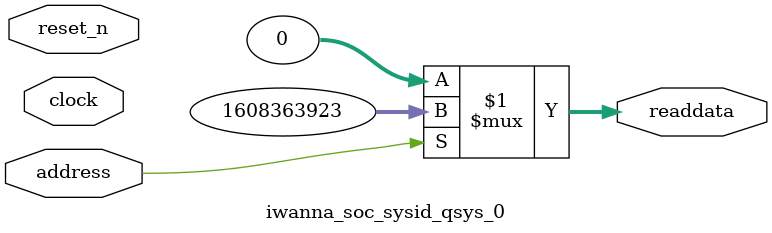
<source format=v>



// synthesis translate_off
`timescale 1ns / 1ps
// synthesis translate_on

// turn off superfluous verilog processor warnings 
// altera message_level Level1 
// altera message_off 10034 10035 10036 10037 10230 10240 10030 

module iwanna_soc_sysid_qsys_0 (
               // inputs:
                address,
                clock,
                reset_n,

               // outputs:
                readdata
             )
;

  output  [ 31: 0] readdata;
  input            address;
  input            clock;
  input            reset_n;

  wire    [ 31: 0] readdata;
  //control_slave, which is an e_avalon_slave
  assign readdata = address ? 1608363923 : 0;

endmodule



</source>
